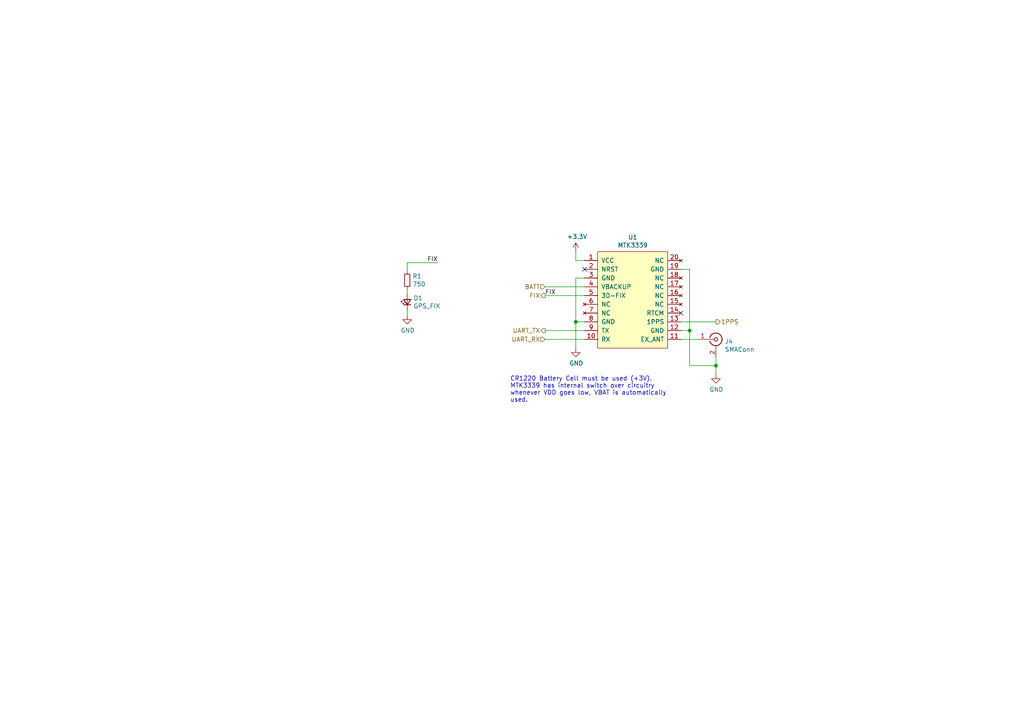
<source format=kicad_sch>
(kicad_sch (version 20230121) (generator eeschema)
  (paper "A4")
  (lib_symbols
    (symbol "Connector:Conn_Coaxial" (pin_names (offset 1.016) hide)
      (property "Reference" "J" (at 0.254 3.048 0))
      (property "Value" "Conn_Coaxial" (at 2.921 0 90))
      (symbol "Conn_Coaxial_0_1"
        (arc (start -1.778 -0.508) (mid 0.2311 -1.8066) (end 1.778 0) (stroke (width 0.254)))
        (polyline (pts (xy -2.54 0) (xy -0.508 0)))
        (polyline (pts (xy 0 -2.54) (xy 0 -1.778)))
        (circle (center 0 0) (radius 0.508) (stroke (width 0.2032)))
        (arc (start 1.778 0) (mid 0.2099 1.8101) (end -1.778 0.508) (stroke (width 0.254)))
      )
      (symbol "Conn_Coaxial_1_1"
        (pin passive line (at -5.08 0 0) (length 2.54) (name "In") (number "1"))
        (pin passive line (at 0 -5.08 90) (length 2.54) (name "Ext") (number "2"))
      )
    )
    (symbol "Device:LED_Small" (pin_numbers hide) (pin_names (offset 0.254) hide)
      (property "Reference" "D" (at -1.27 3.175 0))
      (property "Value" "LED_Small" (at -4.445 -2.54 0))
      (symbol "LED_Small_0_1"
        (polyline (pts (xy -0.762 -1.016) (xy -0.762 1.016)) (stroke (width 0.254)))
        (polyline (pts (xy 1.016 0) (xy -0.762 0)))
        (polyline (pts (xy 0.762 -1.016) (xy -0.762 0) (xy 0.762 1.016) (xy 0.762 -1.016)) (stroke (width 0.254)))
        (polyline (pts (xy 0 0.762) (xy -0.508 1.27) (xy -0.254 1.27) (xy -0.508 1.27) (xy -0.508 1.016)))
        (polyline (pts (xy 0.508 1.27) (xy 0 1.778) (xy 0.254 1.778) (xy 0 1.778) (xy 0 1.524)))
      )
      (symbol "LED_Small_1_1"
        (pin passive line (at -2.54 0 0) (length 1.778) (name "K") (number "1"))
        (pin passive line (at 2.54 0 180) (length 1.778) (name "A") (number "2"))
      )
    )
    (symbol "Device:R_Small" (pin_numbers hide) (pin_names (offset 0.254) hide)
      (property "Reference" "R" (at 0.762 0.508 0))
      (property "Value" "R_Small" (at 0.762 -1.016 0))
      (symbol "R_Small_0_1"
        (rectangle (start -0.762 1.778) (end 0.762 -1.778) (stroke (width 0.2032)))
      )
      (symbol "R_Small_1_1"
        (pin passive line (at 0 2.54 270) (length 0.762) (name "~") (number "1"))
        (pin passive line (at 0 -2.54 90) (length 0.762) (name "~") (number "2"))
      )
    )
    (symbol "power:+3.3V" (power) (pin_names (offset 0))
      (property "Value" "+3.3V" (at 0 3.556 0))
      (symbol "+3.3V_0_1"
        (polyline (pts (xy -0.762 1.27) (xy 0 2.54)))
        (polyline (pts (xy 0 0) (xy 0 2.54)))
        (polyline (pts (xy 0 2.54) (xy 0.762 1.27)))
      )
      (symbol "+3.3V_1_1"
        (pin power_in line (at 0 0 90) (length 0) hide (name "+3.3V") (number "1"))
      )
    )
    (symbol "power:GND" (power) (pin_names (offset 0))
      (property "Value" "GND" (at 0 -3.81 0))
      (symbol "GND_0_1"
        (polyline (pts (xy 0 0) (xy 0 -1.27) (xy 1.27 -1.27) (xy 0 -2.54) (xy -1.27 -1.27) (xy 0 -1.27)))
      )
      (symbol "GND_1_1"
        (pin power_in line (at 0 0 270) (length 0) hide (name "GND") (number "1"))
      )
    )
    (symbol "utsvt-chips:MTK3339" (pin_names (offset 1.016))
      (property "Reference" "U" (at 0 3.81 0))
      (property "Value" "MTK3339" (at 0 1.27 0))
      (symbol "MTK3339_0_1"
        (rectangle (start -10.16 0) (end 10.16 -27.94) (fill (type background)))
      )
      (symbol "MTK3339_1_1"
        (pin power_in line (at -13.97 -2.54 0) (length 3.81) (name "VCC") (number "1"))
        (pin input line (at -13.97 -25.4 0) (length 3.81) (name "RX") (number "10"))
        (pin input line (at 13.97 -25.4 180) (length 3.81) (name "EX_ANT") (number "11"))
        (pin power_in line (at 13.97 -22.86 180) (length 3.81) (name "GND") (number "12"))
        (pin output line (at 13.97 -20.32 180) (length 3.81) (name "1PPS") (number "13"))
        (pin input line (at 13.97 -17.78 180) (length 3.81) (name "RTCM") (number "14"))
        (pin no_connect line (at 13.97 -15.24 180) (length 3.81) (name "NC") (number "15"))
        (pin no_connect line (at 13.97 -12.7 180) (length 3.81) (name "NC") (number "16"))
        (pin no_connect line (at 13.97 -10.16 180) (length 3.81) (name "NC") (number "17"))
        (pin no_connect line (at 13.97 -7.62 180) (length 3.81) (name "NC") (number "18"))
        (pin power_in line (at 13.97 -5.08 180) (length 3.81) (name "GND") (number "19"))
        (pin input line (at -13.97 -5.08 0) (length 3.81) (name "NRST") (number "2"))
        (pin no_connect line (at 13.97 -2.54 180) (length 3.81) (name "NC") (number "20"))
        (pin power_in line (at -13.97 -7.62 0) (length 3.81) (name "GND") (number "3"))
        (pin power_in line (at -13.97 -10.16 0) (length 3.81) (name "VBACKUP") (number "4"))
        (pin output line (at -13.97 -12.7 0) (length 3.81) (name "3D-FIX") (number "5"))
        (pin no_connect line (at -13.97 -15.24 0) (length 3.81) (name "NC") (number "6"))
        (pin no_connect line (at -13.97 -17.78 0) (length 3.81) (name "NC") (number "7"))
        (pin power_in line (at -13.97 -20.32 0) (length 3.81) (name "GND") (number "8"))
        (pin output line (at -13.97 -22.86 0) (length 3.81) (name "TX") (number "9"))
      )
    )
  )
  (junction (at 167.005 93.345))
  (junction (at 207.645 106.045))
  (junction (at 200.025 95.885))
  (no_connect (at 197.485 90.805))
  (no_connect (at 169.545 78.105))
  (wire (pts (xy 158.115 85.725) (xy 169.545 85.725)))
  (wire (pts (xy 207.645 106.045) (xy 200.025 106.045)))
  (wire (pts (xy 200.025 95.885) (xy 200.025 78.105)))
  (wire (pts (xy 118.11 76.2) (xy 127 76.2)))
  (wire (pts (xy 207.645 93.345) (xy 197.485 93.345)))
  (wire (pts (xy 118.11 78.74) (xy 118.11 76.2)))
  (wire (pts (xy 167.005 93.345) (xy 167.005 80.645)))
  (wire (pts (xy 167.005 100.965) (xy 167.005 93.345)))
  (wire (pts (xy 167.005 93.345) (xy 169.545 93.345)))
  (wire (pts (xy 158.115 98.425) (xy 169.545 98.425)))
  (wire (pts (xy 167.005 73.025) (xy 167.005 75.565)))
  (wire (pts (xy 197.485 98.425) (xy 202.565 98.425)))
  (wire (pts (xy 118.11 90.17) (xy 118.11 91.44)))
  (wire (pts (xy 207.645 108.585) (xy 207.645 106.045)))
  (wire (pts (xy 158.115 83.185) (xy 169.545 83.185)))
  (wire (pts (xy 207.645 106.045) (xy 207.645 103.505)))
  (wire (pts (xy 167.005 80.645) (xy 169.545 80.645)))
  (wire (pts (xy 200.025 78.105) (xy 197.485 78.105)))
  (wire (pts (xy 200.025 106.045) (xy 200.025 95.885)))
  (wire (pts (xy 169.545 95.885) (xy 158.115 95.885)))
  (wire (pts (xy 118.11 83.82) (xy 118.11 85.09)))
  (wire (pts (xy 167.005 75.565) (xy 169.545 75.565)))
  (wire (pts (xy 200.025 95.885) (xy 197.485 95.885)))
  (text "CR1220 Battery Cell must be used (+3V).\nMTK3339 has internal switch over circuitry\nwhenever VDD goes low, VBAT is automatically\nused." (at 147.955 116.84 0) (effects (font (size 1.27 1.27)) (justify left bottom)))
  (label "FIX" (at 158.115 85.725 0))
  (label "FIX" (at 127 76.2 180))
  (hierarchical_label "UART_TX" (shape output) (at 158.115 95.885 180))
  (hierarchical_label "BATT" (shape input) (at 158.115 83.185 180))
  (hierarchical_label "1PPS" (shape output) (at 207.645 93.345 0))
  (hierarchical_label "FIX" (shape output) (at 158.115 85.725 180))
  (hierarchical_label "UART_RX" (shape input) (at 158.115 98.425 180))
  (symbol (lib_id "Device:LED_Small") (at 118.11 87.63 90) (unit 1)
    (property "Reference" "D1" (at 119.888 86.4616 90) (effects (justify right)))
    (property "Value" "GPS_FIX" (at 119.888 88.773 90) (effects (justify right)))
    (property "Footprint" "LED_SMD:LED_0805_2012Metric" (effects hide))
    (property "Datasheet" "https://www.mouser.com/datasheet/2/216/APT2012LSECK-J4-PRV-535760.pdf" (effects hide))
    (property "Color" "Orange" (effects hide))
    (property "Vf" "1.8V" (effects hide))
    (property "If" "2mA" (effects hide))
    (property "P/N" "APT2012LSECK/J4-PRV" (effects hide))
    (instances (project "Telemetry-LeaderDaughterboard" (path "" (reference "D1") (unit 1))) (project "Telemetry-Primary" (path "" (reference "D13") (unit 1))))
  )
  (symbol (lib_id "Device:R_Small") (at 118.11 81.28 0) (unit 1)
    (property "Reference" "R1" (at 119.6086 80.1116 0) (effects (justify left)))
    (property "Value" "750" (at 119.6086 82.423 0) (effects (justify left)))
    (property "Footprint" "Resistor_SMD:R_0805_2012Metric" (effects hide))
    (property "Datasheet" "https://www.mouser.com/datasheet/2/427/dcrcwe3-1762152.pdf" (effects hide))
    (property "P/N" "CRCW0805750RFKEAHP" (effects hide))
    (instances (project "Telemetry-LeaderDaughterboard" (path "" (reference "R1") (unit 1))) (project "Telemetry-Primary" (path "" (reference "R32") (unit 1))))
  )
  (symbol (lib_id "power:GND") (at 118.11 91.44 0) (unit 1)
    (property "Reference" "#PWR06" (effects hide))
    (property "Value" "GND" (at 118.237 95.8342 0))
    (instances (project "Telemetry-LeaderDaughterboard" (path "" (reference "#PWR06") (unit 1))) (project "Telemetry-Primary" (path "" (reference "#PWR0158") (unit 1))))
  )
  (symbol (lib_id "Connector:Conn_Coaxial") (at 207.645 98.425 0) (unit 1)
    (property "Reference" "J4" (at 210.185 99.06 0) (effects (justify left)))
    (property "Value" "SMAConn" (at 210.185 101.3714 0) (effects (justify left)))
    (property "Footprint" "UTSVT_Connectors:SMA_Amphenol_132203-12_Horizontal" (effects hide))
    (property "Datasheet" "https://www.mouser.com/datasheet/2/18/1/amphs06488_1-2259725.pdf" (effects hide))
    (property "P/N" "132203-12" (effects hide))
    (instances (project "Telemetry-LeaderDaughterboard" (path "" (reference "J4") (unit 1))) (project "Telemetry-Primary" (path "" (reference "J14") (unit 1))))
  )
  (symbol (lib_id "utsvt-chips:MTK3339") (at 183.515 73.025 0) (unit 1)
    (property "Reference" "U1" (at 183.515 68.834 0))
    (property "Value" "MTK3339" (at 183.515 71.1454 0))
    (property "Footprint" "UTSVT_Special:FGPMMOPA6H" (effects hide))
    (property "Datasheet" "https://www.mouser.com/ProductDetail/Adafruit/790?qs=sGAEpiMZZMu3sxpa5v1qro3UYtn2%252BmNbf7YcQf0l2Dw%3D" (effects hide))
    (property "P/N" "MTK3339" (effects hide))
    (instances (project "Telemetry-LeaderDaughterboard" (path "" (reference "U1") (unit 1))) (project "Telemetry-Primary" (path "" (reference "U12") (unit 1))))
  )
  (symbol (lib_id "power:GND") (at 207.645 108.585 0) (unit 1)
    (property "Reference" "#PWR09" (effects hide))
    (property "Value" "GND" (at 207.772 112.9792 0))
    (instances (project "Telemetry-LeaderDaughterboard" (path "" (reference "#PWR09") (unit 1))) (project "Telemetry-Primary" (path "" (reference "#PWR0154") (unit 1))))
  )
  (symbol (lib_id "power:+3.3V") (at 167.005 73.025 0) (unit 1)
    (property "Reference" "#PWR07" (effects hide))
    (property "Value" "+3.3V" (at 167.386 68.6308 0))
    (instances (project "Telemetry-LeaderDaughterboard" (path "" (reference "#PWR07") (unit 1))) (project "Telemetry-Primary" (path "" (reference "#PWR0155") (unit 1))))
  )
  (symbol (lib_id "power:GND") (at 167.005 100.965 0) (unit 1)
    (property "Reference" "#PWR08" (effects hide))
    (property "Value" "GND" (at 167.132 105.3592 0))
    (instances (project "Telemetry-LeaderDaughterboard" (path "" (reference "#PWR08") (unit 1))) (project "Telemetry-Primary" (path "" (reference "#PWR0156") (unit 1))))
  )
)
</source>
